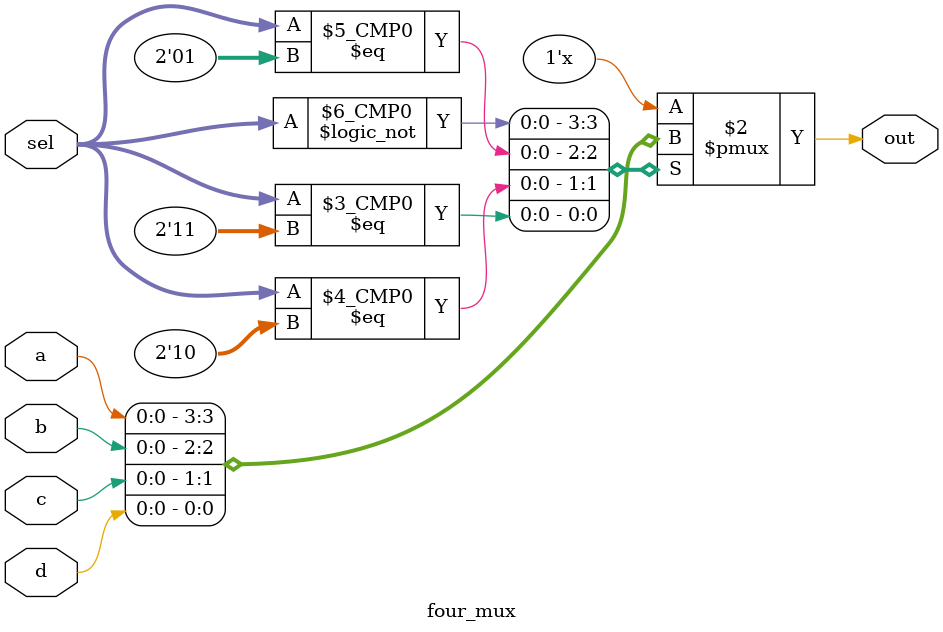
<source format=v>
`timescale 1ns / 1ps

//4 X 1 MUX using case statement

module four_mux(a,b,c,d,sel,out);

input a,b,c,d;
input [1:0]sel;
output out;
reg out;

always@(a or b or c or d or sel)begin
    case(sel)
        2'b00: out = a;
        2'b01: out = b;
        2'b10: out = c;
        2'b11: out = d;
    endcase
end
    
endmodule

//4 X 1 MUX using Behavioural Modelling

//module four_mux(a,b,c,d,sel,out);
//input a,b,c,d;
//input [1:0]sel;
//output out;
//reg out;

//always@(*)begin
//    if(sel == 2'b00)
//        out = a;
//    else if(sel == 2'b01)
//        out = b;
//    else if(sel == 2'b10)
//        out = c;
//    else if(sel == 2'b11)
//        out = d;
//end

//endmodule

</source>
